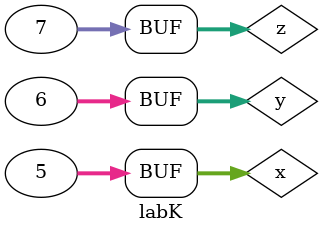
<source format=v>
module labK;

reg [31:0] x, y, z;

initial
    $monitor("%2d: x=%1d y=%1d z=%1d", $time, x, y, z);


initial

begin
  #10 x = 5;
  //$display("%2d: x=%1d y=%1d z=%1d", $time, x, y, z);
  #10 y = x + 1;
  //$display("%2d: x=%1d y=%1d z=%1d", $time, x, y, z);
  #10 z = y + 1;
  //$display("%2d: x=%1d y=%1d z=%1d", $time, x, y, z); $finish;
end


initial

  begin   //alternate : using "always" is a circular block that repeats forever
  #7 x = x + 1; //7: x=x+1, y=x, z=x   NOT DISPLAYED
  #7 x = x + 1; //14: x=6, y=7, z=x
  #7 x = x + 1; //21: x=7, y=7, z=x
  #7 x = x + 1; //28: x=8, y=7, z=8
  end

endmodule

</source>
